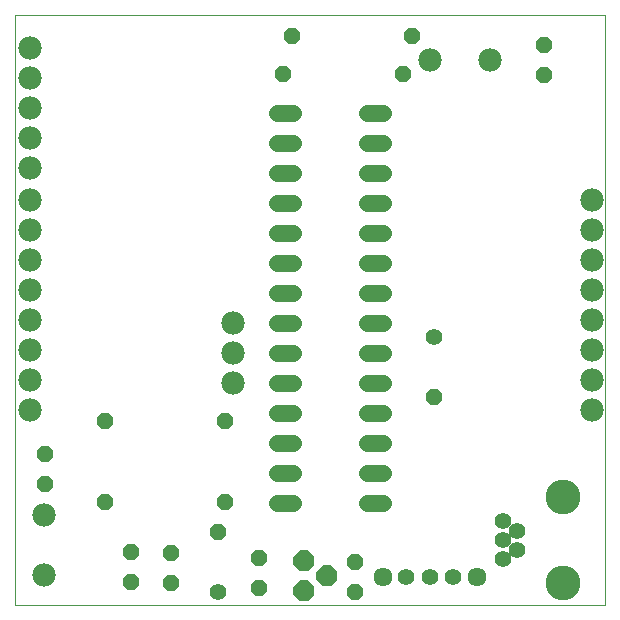
<source format=gts>
G75*
%MOIN*%
%OFA0B0*%
%FSLAX25Y25*%
%IPPOS*%
%LPD*%
%AMOC8*
5,1,8,0,0,1.08239X$1,22.5*
%
%ADD10C,0.00000*%
%ADD11OC8,0.05600*%
%ADD12C,0.05600*%
%ADD13C,0.05550*%
%ADD14C,0.11620*%
%ADD15C,0.05600*%
%ADD16C,0.07800*%
%ADD17C,0.06337*%
%ADD18OC8,0.07000*%
D10*
X0007445Y0008099D02*
X0007445Y0204950D01*
X0204295Y0204950D01*
X0204295Y0008099D01*
X0007445Y0008099D01*
D11*
X0037406Y0042509D03*
X0046201Y0025757D03*
X0046201Y0015757D03*
X0059453Y0015501D03*
X0059453Y0025501D03*
X0075201Y0032627D03*
X0077406Y0042509D03*
X0088823Y0023690D03*
X0088823Y0013690D03*
X0120909Y0012548D03*
X0120909Y0022548D03*
X0077524Y0069398D03*
X0037524Y0069398D03*
X0017406Y0058611D03*
X0017406Y0048611D03*
X0147130Y0077391D03*
X0136854Y0185107D03*
X0139728Y0197745D03*
X0099728Y0197745D03*
X0096854Y0185107D03*
X0183783Y0184871D03*
X0183783Y0194871D03*
D12*
X0147130Y0097391D03*
X0075201Y0012627D03*
D13*
X0137917Y0017548D03*
X0145791Y0017548D03*
X0153665Y0017548D03*
X0170083Y0023493D03*
X0174807Y0026643D03*
X0170083Y0029792D03*
X0174807Y0032942D03*
X0170083Y0036091D03*
D14*
X0190161Y0044162D03*
X0190161Y0015422D03*
D15*
X0130045Y0042036D02*
X0124845Y0042036D01*
X0124845Y0052036D02*
X0130045Y0052036D01*
X0130045Y0062036D02*
X0124845Y0062036D01*
X0124845Y0072036D02*
X0130045Y0072036D01*
X0130045Y0082036D02*
X0124845Y0082036D01*
X0124845Y0092036D02*
X0130045Y0092036D01*
X0130045Y0102036D02*
X0124845Y0102036D01*
X0124845Y0112036D02*
X0130045Y0112036D01*
X0130045Y0122036D02*
X0124845Y0122036D01*
X0124845Y0132036D02*
X0130045Y0132036D01*
X0130045Y0142036D02*
X0124845Y0142036D01*
X0124845Y0152036D02*
X0130045Y0152036D01*
X0130045Y0162036D02*
X0124845Y0162036D01*
X0124845Y0172036D02*
X0130045Y0172036D01*
X0100045Y0172036D02*
X0094845Y0172036D01*
X0094845Y0162036D02*
X0100045Y0162036D01*
X0100045Y0152036D02*
X0094845Y0152036D01*
X0094845Y0142036D02*
X0100045Y0142036D01*
X0100045Y0132036D02*
X0094845Y0132036D01*
X0094845Y0122036D02*
X0100045Y0122036D01*
X0100045Y0112036D02*
X0094845Y0112036D01*
X0094845Y0102036D02*
X0100045Y0102036D01*
X0100045Y0092036D02*
X0094845Y0092036D01*
X0094845Y0082036D02*
X0100045Y0082036D01*
X0100045Y0072036D02*
X0094845Y0072036D01*
X0094845Y0062036D02*
X0100045Y0062036D01*
X0100045Y0052036D02*
X0094845Y0052036D01*
X0094845Y0042036D02*
X0100045Y0042036D01*
D16*
X0080083Y0082115D03*
X0080083Y0092115D03*
X0080083Y0102115D03*
X0017327Y0038257D03*
X0017327Y0018257D03*
X0012445Y0073099D03*
X0012445Y0083099D03*
X0012445Y0093099D03*
X0012445Y0103099D03*
X0012445Y0113099D03*
X0012445Y0123099D03*
X0012445Y0133099D03*
X0012445Y0143099D03*
X0012500Y0153686D03*
X0012500Y0163686D03*
X0012500Y0173686D03*
X0012500Y0183686D03*
X0012500Y0193686D03*
X0145988Y0189989D03*
X0165988Y0189989D03*
X0199945Y0143099D03*
X0199945Y0133099D03*
X0199945Y0123099D03*
X0199945Y0113099D03*
X0199945Y0103099D03*
X0199945Y0093099D03*
X0199945Y0083099D03*
X0199945Y0073099D03*
D17*
X0161539Y0017548D03*
X0130043Y0017548D03*
D18*
X0111480Y0017745D03*
X0103980Y0022745D03*
X0103980Y0012745D03*
M02*

</source>
